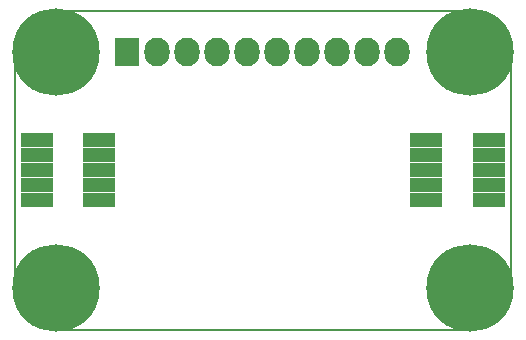
<source format=gts>
G04 #@! TF.FileFunction,Soldermask,Top*
%FSLAX46Y46*%
G04 Gerber Fmt 4.6, Leading zero omitted, Abs format (unit mm)*
G04 Created by KiCad (PCBNEW 4.0.2-stable) date 18/05/2016 22:29:57*
%MOMM*%
G01*
G04 APERTURE LIST*
%ADD10C,0.100000*%
%ADD11C,0.150000*%
%ADD12R,2.127200X2.432000*%
%ADD13O,2.127200X2.432000*%
%ADD14C,7.400000*%
%ADD15R,2.800000X1.160000*%
G04 APERTURE END LIST*
D10*
D11*
X1500000Y5000000D02*
G75*
G03X5000000Y1500000I3500000J0D01*
G01*
X1500000Y5000000D02*
X1500000Y25000000D01*
X40000000Y1500000D02*
X5000000Y1500000D01*
X43500000Y25000000D02*
X43500000Y5000000D01*
X5000000Y28500000D02*
X40000000Y28500000D01*
X43500000Y25000000D02*
G75*
G03X40000000Y28500000I-3500000J0D01*
G01*
X40000000Y1500000D02*
G75*
G03X43500000Y5000000I0J3500000D01*
G01*
X5000000Y28500000D02*
G75*
G03X1500000Y25000000I0J-3500000D01*
G01*
D12*
X11000000Y25000000D03*
D13*
X13540000Y25000000D03*
X16080000Y25000000D03*
X18620000Y25000000D03*
X21160000Y25000000D03*
X23700000Y25000000D03*
X26240000Y25000000D03*
X28780000Y25000000D03*
X31320000Y25000000D03*
X33860000Y25000000D03*
D14*
X5000000Y5000000D03*
X40000000Y5000000D03*
X5000000Y25000000D03*
X40000000Y25000000D03*
D15*
X36340000Y16270000D03*
X41660000Y16270000D03*
X36340000Y15000000D03*
X41660000Y15000000D03*
X41660000Y12460000D03*
X36340000Y12460000D03*
X41660000Y13730000D03*
X36340000Y13730000D03*
X36340000Y17540000D03*
X41660000Y17540000D03*
X3340000Y16270000D03*
X8660000Y16270000D03*
X3340000Y15000000D03*
X8660000Y15000000D03*
X8660000Y12460000D03*
X3340000Y12460000D03*
X8660000Y13730000D03*
X3340000Y13730000D03*
X3340000Y17540000D03*
X8660000Y17540000D03*
M02*

</source>
